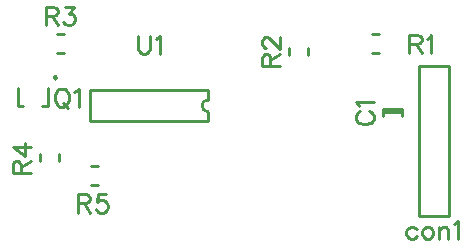
<source format=gbr>
G04 DipTrace 2.4.0.2*
%INlcd_modul_top_silk.gbr*%
%MOIN*%
%ADD10C,0.0098*%
%ADD40C,0.0093*%
%FSLAX44Y44*%
G04*
G70*
G90*
G75*
G01*
%LNTopSilk*%
%LPD*%
X21187Y13370D2*
D10*
X21816D1*
X21187Y13445D2*
X21816D1*
X21187D2*
Y13209D1*
X21816Y13445D2*
Y13209D1*
X22381Y9878D2*
X23381D1*
X22381Y14878D2*
Y9878D1*
X23381Y14878D2*
Y9878D1*
X22381Y14878D2*
X23381D1*
X10211Y14503D2*
G02X10211Y14503I49J0D01*
G01*
X10005Y14148D2*
Y13558D1*
X9000Y14148D2*
Y13558D1*
X10005D2*
X9827D1*
X9178D2*
X9000D1*
X20810Y15313D2*
X21045D1*
X20810Y15943D2*
X21045D1*
X18057Y15496D2*
Y15260D1*
X18686Y15496D2*
Y15260D1*
X10310Y15313D2*
X10545D1*
X10310Y15943D2*
X10545D1*
X9751Y11945D2*
Y11709D1*
X10380Y11945D2*
Y11709D1*
X11693Y11568D2*
X11457D1*
X11693Y10938D2*
X11457D1*
X15345Y14077D2*
X11408D1*
X15345Y13053D2*
X11408D1*
Y14077D2*
Y13053D1*
X15345Y14077D2*
Y13762D1*
Y13368D2*
Y13053D1*
Y13762D2*
G03X15345Y13368I0J-197D01*
G01*
X20412Y13378D2*
D40*
X20355Y13349D1*
X20297Y13291D1*
X20268Y13234D1*
Y13120D1*
X20297Y13062D1*
X20355Y13005D1*
X20412Y12976D1*
X20498Y12947D1*
X20642D1*
X20727Y12976D1*
X20785Y13005D1*
X20842Y13062D1*
X20871Y13120D1*
Y13234D1*
X20842Y13291D1*
X20785Y13349D1*
X20727Y13378D1*
X20384Y13563D2*
X20355Y13620D1*
X20269Y13707D1*
X20871D1*
X22297Y9450D2*
X22239Y9508D1*
X22182Y9536D1*
X22096D1*
X22038Y9508D1*
X21981Y9450D1*
X21952Y9364D1*
Y9307D1*
X21981Y9221D1*
X22038Y9164D1*
X22096Y9134D1*
X22182D1*
X22239Y9164D1*
X22297Y9221D1*
X22626Y9536D2*
X22569Y9508D1*
X22511Y9450D1*
X22482Y9364D1*
Y9307D1*
X22511Y9221D1*
X22569Y9164D1*
X22626Y9134D1*
X22712D1*
X22770Y9164D1*
X22827Y9221D1*
X22856Y9307D1*
Y9364D1*
X22827Y9450D1*
X22770Y9508D1*
X22712Y9536D1*
X22626D1*
X23041D2*
Y9134D1*
Y9422D2*
X23127Y9508D1*
X23185Y9536D1*
X23271D1*
X23328Y9508D1*
X23357Y9422D1*
Y9134D1*
X23542Y9622D2*
X23600Y9651D1*
X23686Y9737D1*
Y9134D1*
X10413Y14141D2*
X10356Y14113D1*
X10298Y14055D1*
X10270Y13998D1*
X10241Y13911D1*
Y13768D1*
X10270Y13682D1*
X10298Y13625D1*
X10356Y13567D1*
X10413Y13539D1*
X10528D1*
X10586Y13567D1*
X10643Y13625D1*
X10671Y13682D1*
X10700Y13768D1*
Y13911D1*
X10671Y13998D1*
X10643Y14055D1*
X10586Y14113D1*
X10528Y14141D1*
X10413D1*
X10499Y13653D2*
X10671Y13481D1*
X10886Y14026D2*
X10943Y14055D1*
X11030Y14140D1*
Y13538D1*
X22062Y15636D2*
X22320D1*
X22406Y15665D1*
X22435Y15694D1*
X22464Y15751D1*
Y15809D1*
X22435Y15866D1*
X22406Y15895D1*
X22320Y15923D1*
X22062D1*
Y15321D1*
X22263Y15636D2*
X22464Y15321D1*
X22649Y15808D2*
X22707Y15837D1*
X22793Y15923D1*
Y15321D1*
X17425Y14884D2*
Y15142D1*
X17396Y15228D1*
X17368Y15257D1*
X17311Y15285D1*
X17253D1*
X17196Y15257D1*
X17167Y15228D1*
X17138Y15142D1*
Y14884D1*
X17741D1*
X17425Y15084D2*
X17741Y15285D1*
X17282Y15500D2*
X17254D1*
X17196Y15528D1*
X17167Y15557D1*
X17139Y15615D1*
Y15729D1*
X17167Y15786D1*
X17196Y15815D1*
X17254Y15844D1*
X17311D1*
X17368Y15815D1*
X17454Y15758D1*
X17741Y15471D1*
Y15873D1*
X9933Y16574D2*
X10191D1*
X10277Y16603D1*
X10306Y16632D1*
X10335Y16689D1*
Y16746D1*
X10306Y16803D1*
X10277Y16833D1*
X10191Y16861D1*
X9933D1*
Y16258D1*
X10134Y16574D2*
X10335Y16258D1*
X10578Y16860D2*
X10893D1*
X10721Y16631D1*
X10807D1*
X10864Y16602D1*
X10893Y16574D1*
X10922Y16488D1*
Y16431D1*
X10893Y16344D1*
X10836Y16287D1*
X10750Y16258D1*
X10663D1*
X10578Y16287D1*
X10549Y16316D1*
X10520Y16373D1*
X9120Y11318D2*
Y11576D1*
X9091Y11663D1*
X9062Y11692D1*
X9005Y11720D1*
X8947D1*
X8890Y11692D1*
X8861Y11663D1*
X8833Y11576D1*
Y11318D1*
X9436D1*
X9120Y11519D2*
X9436Y11720D1*
Y12193D2*
X8833D1*
X9235Y11906D1*
Y12336D1*
X11018Y10324D2*
X11276D1*
X11362Y10353D1*
X11391Y10381D1*
X11420Y10438D1*
Y10496D1*
X11391Y10553D1*
X11362Y10582D1*
X11276Y10611D1*
X11018D1*
Y10008D1*
X11219Y10324D2*
X11420Y10008D1*
X11949Y10610D2*
X11663D1*
X11634Y10352D1*
X11663Y10381D1*
X11749Y10410D1*
X11835D1*
X11921Y10381D1*
X11979Y10324D1*
X12007Y10237D1*
Y10180D1*
X11979Y10094D1*
X11921Y10037D1*
X11835Y10008D1*
X11749D1*
X11663Y10037D1*
X11634Y10066D1*
X11605Y10123D1*
X13011Y15900D2*
Y15470D1*
X13039Y15384D1*
X13097Y15327D1*
X13183Y15298D1*
X13240D1*
X13326Y15327D1*
X13384Y15384D1*
X13413Y15470D1*
Y15900D1*
X13598Y15785D2*
X13656Y15814D1*
X13742Y15900D1*
Y15298D1*
M02*

</source>
